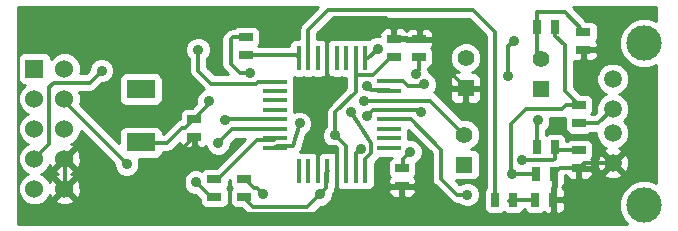
<source format=gtl>
G04 (created by PCBNEW-RS274X (2012-jan-04)-stable) date Thu 15 Nov 2012 21:08:36 CET*
G01*
G70*
G90*
%MOIN*%
G04 Gerber Fmt 3.4, Leading zero omitted, Abs format*
%FSLAX34Y34*%
G04 APERTURE LIST*
%ADD10C,0.006000*%
%ADD11C,0.059100*%
%ADD12C,0.118100*%
%ADD13R,0.017700X0.078700*%
%ADD14R,0.078700X0.017700*%
%ADD15R,0.055000X0.055000*%
%ADD16C,0.055000*%
%ADD17R,0.060000X0.060000*%
%ADD18C,0.060000*%
%ADD19R,0.045000X0.025000*%
%ADD20R,0.025000X0.045000*%
%ADD21R,0.094500X0.063000*%
%ADD22C,0.035000*%
%ADD23C,0.011900*%
%ADD24C,0.010000*%
G04 APERTURE END LIST*
G54D10*
G54D11*
X61800Y-39725D03*
X61800Y-40725D03*
X61800Y-41525D03*
X61800Y-42525D03*
G54D12*
X62850Y-38525D03*
X62850Y-43925D03*
G54D13*
X53543Y-42796D03*
X53228Y-42796D03*
X52913Y-42796D03*
X52598Y-42796D03*
X52283Y-42796D03*
X51968Y-42796D03*
X51653Y-42796D03*
X51338Y-42796D03*
X51340Y-39030D03*
X53550Y-39030D03*
X53230Y-39030D03*
X52910Y-39030D03*
X52600Y-39030D03*
X52280Y-39030D03*
X51970Y-39030D03*
X51650Y-39030D03*
G54D14*
X50550Y-42012D03*
X50550Y-41698D03*
X50550Y-41382D03*
X50550Y-41068D03*
X50550Y-40752D03*
X50550Y-40438D03*
X50550Y-40122D03*
X50550Y-39808D03*
X54330Y-42010D03*
X54330Y-41700D03*
X54330Y-41380D03*
X54330Y-41070D03*
X54330Y-40760D03*
X54330Y-40440D03*
X54330Y-40120D03*
X54330Y-39800D03*
G54D15*
X56900Y-40025D03*
G54D16*
X56900Y-39025D03*
G54D15*
X56850Y-42575D03*
G54D16*
X56850Y-41575D03*
G54D15*
X59425Y-40050D03*
G54D16*
X59425Y-39050D03*
G54D17*
X42525Y-39375D03*
G54D18*
X43525Y-39375D03*
X42525Y-40375D03*
X43525Y-40375D03*
X42525Y-41375D03*
X43525Y-41375D03*
X42525Y-42375D03*
X43525Y-42375D03*
X42525Y-43375D03*
X43525Y-43375D03*
G54D19*
X54500Y-38375D03*
X54500Y-38975D03*
X60825Y-38150D03*
X60825Y-38750D03*
X54775Y-43300D03*
X54775Y-42700D03*
X47850Y-41650D03*
X47850Y-41050D03*
X60675Y-42100D03*
X60675Y-42700D03*
G54D20*
X59250Y-42900D03*
X59850Y-42900D03*
X57875Y-43750D03*
X58475Y-43750D03*
G54D19*
X49575Y-38925D03*
X49575Y-38325D03*
X49525Y-43650D03*
X49525Y-43050D03*
G54D20*
X59275Y-37975D03*
X59875Y-37975D03*
G54D19*
X60675Y-41200D03*
X60675Y-40600D03*
X48525Y-43050D03*
X48525Y-43650D03*
G54D20*
X59275Y-42000D03*
X59875Y-42000D03*
X59825Y-43750D03*
X59225Y-43750D03*
G54D19*
X55350Y-38400D03*
X55350Y-39000D03*
G54D21*
X46075Y-41836D03*
X46075Y-40064D03*
G54D22*
X52550Y-41600D03*
X52050Y-43550D03*
X58500Y-38450D03*
X58325Y-39625D03*
X55525Y-39900D03*
X53600Y-39950D03*
X48650Y-41850D03*
X53960Y-38720D03*
X42525Y-42375D03*
X44760Y-39440D03*
X47900Y-43150D03*
X45600Y-42550D03*
X43525Y-40375D03*
X61800Y-42525D03*
X43525Y-43375D03*
X43525Y-42375D03*
X56900Y-40025D03*
X47350Y-42150D03*
X60750Y-39900D03*
X61800Y-40725D03*
X53500Y-40450D03*
X56850Y-41575D03*
X56950Y-43575D03*
X58450Y-42900D03*
X59300Y-41100D03*
X51360Y-41200D03*
X55400Y-40825D03*
X58775Y-42425D03*
X53600Y-40950D03*
X47980Y-38740D03*
X50150Y-43550D03*
X56850Y-42575D03*
X48875Y-41075D03*
X53080Y-40820D03*
X48350Y-40450D03*
X53400Y-42050D03*
X55050Y-42150D03*
X55240Y-39540D03*
X49700Y-39520D03*
X59425Y-39050D03*
G54D23*
X53230Y-39570D02*
X53260Y-39600D01*
X52550Y-40830D02*
X52550Y-41600D01*
X53230Y-40150D02*
X52550Y-40830D01*
X52283Y-42796D02*
X52300Y-42800D01*
X51600Y-44000D02*
X52050Y-43550D01*
X49825Y-44000D02*
X51600Y-44000D01*
X49525Y-43650D02*
X49525Y-43700D01*
X53230Y-39570D02*
X53230Y-40150D01*
X54425Y-38975D02*
X54500Y-38975D01*
X52550Y-41600D02*
X52900Y-41950D01*
X52900Y-41950D02*
X52900Y-42800D01*
X52900Y-42800D02*
X52913Y-42796D01*
X52300Y-42800D02*
X52250Y-42850D01*
X52250Y-42850D02*
X52250Y-43350D01*
X52250Y-43350D02*
X52050Y-43550D01*
X53230Y-39030D02*
X53230Y-39570D01*
X49525Y-43700D02*
X49825Y-44000D01*
X53800Y-39600D02*
X54425Y-38975D01*
X53260Y-39600D02*
X53800Y-39600D01*
X58500Y-38450D02*
X58325Y-38625D01*
X58325Y-38625D02*
X58325Y-39625D01*
X55525Y-39900D02*
X55475Y-39950D01*
X55475Y-39950D02*
X54975Y-39950D01*
X54975Y-39950D02*
X54825Y-39800D01*
X54825Y-39800D02*
X54330Y-39800D01*
X54330Y-40120D02*
X54350Y-40100D01*
X54350Y-40100D02*
X53750Y-40100D01*
X53750Y-40100D02*
X53600Y-39950D01*
X49100Y-41400D02*
X48650Y-41850D01*
X50550Y-41400D02*
X49100Y-41400D01*
X50550Y-41382D02*
X50550Y-41400D01*
X53650Y-39030D02*
X53960Y-38720D01*
X43020Y-41880D02*
X42525Y-42375D01*
X53550Y-39030D02*
X53650Y-39030D01*
X43020Y-39980D02*
X43020Y-41880D01*
X43160Y-39840D02*
X43020Y-39980D01*
X44360Y-39840D02*
X43160Y-39840D01*
X44760Y-39440D02*
X44360Y-39840D01*
X48525Y-43650D02*
X48400Y-43650D01*
X43550Y-40400D02*
X43525Y-40375D01*
X48400Y-43650D02*
X47900Y-43150D01*
X45600Y-42550D02*
X43550Y-40500D01*
X43550Y-40500D02*
X43550Y-40400D01*
X47850Y-41890D02*
X47960Y-42000D01*
X51968Y-40172D02*
X52280Y-39860D01*
X52600Y-43400D02*
X52598Y-43400D01*
X52360Y-44220D02*
X52600Y-43980D01*
X51968Y-42796D02*
X51968Y-40172D01*
X47850Y-41650D02*
X47850Y-41890D01*
X52600Y-43980D02*
X52600Y-43400D01*
X52280Y-39860D02*
X52280Y-39030D01*
X48260Y-44220D02*
X52360Y-44220D01*
X47520Y-43480D02*
X48260Y-44220D01*
X47520Y-42700D02*
X47520Y-43480D01*
X47960Y-42260D02*
X47520Y-42700D01*
X47960Y-42000D02*
X47960Y-42260D01*
X43550Y-42900D02*
X43550Y-43400D01*
X56900Y-40025D02*
X55975Y-39100D01*
X52598Y-42027D02*
X52571Y-42000D01*
X52598Y-42796D02*
X52598Y-42027D01*
X52571Y-42000D02*
X52025Y-42000D01*
X47350Y-42150D02*
X47850Y-41650D01*
X52598Y-43400D02*
X52598Y-42796D01*
X52025Y-42000D02*
X51968Y-42057D01*
X43550Y-42400D02*
X43550Y-42900D01*
X60825Y-39825D02*
X60750Y-39900D01*
X52598Y-43598D02*
X52598Y-43400D01*
X53800Y-43600D02*
X52600Y-43600D01*
X54775Y-43300D02*
X54100Y-43300D01*
X54100Y-43300D02*
X53800Y-43600D01*
X52600Y-43600D02*
X52598Y-43598D01*
X43525Y-42375D02*
X43550Y-42400D01*
X51968Y-42075D02*
X51968Y-42796D01*
X55325Y-38375D02*
X55350Y-38400D01*
X43550Y-43400D02*
X43525Y-43375D01*
X60675Y-42700D02*
X60050Y-42700D01*
X54250Y-37675D02*
X52525Y-37675D01*
X55975Y-39100D02*
X55975Y-38450D01*
X52525Y-37675D02*
X52280Y-37920D01*
X60825Y-38750D02*
X60825Y-39825D01*
X51968Y-42057D02*
X51968Y-42075D01*
X54500Y-37925D02*
X54250Y-37675D01*
X52280Y-37920D02*
X52280Y-39030D01*
X55975Y-38450D02*
X55925Y-38400D01*
X59825Y-44250D02*
X59825Y-43750D01*
X56950Y-44325D02*
X59750Y-44325D01*
X55925Y-43300D02*
X56950Y-44325D01*
X54775Y-43300D02*
X55925Y-43300D01*
X61800Y-42525D02*
X60850Y-42525D01*
X59850Y-42900D02*
X59850Y-43725D01*
X59750Y-44325D02*
X59825Y-44250D01*
X60850Y-42525D02*
X60675Y-42700D01*
X54500Y-38375D02*
X54500Y-37925D01*
X60050Y-42700D02*
X59850Y-42900D01*
X59850Y-43725D02*
X59825Y-43750D01*
X54500Y-38375D02*
X55325Y-38375D01*
X55925Y-38400D02*
X55350Y-38400D01*
X61325Y-41200D02*
X60675Y-41200D01*
X61800Y-40725D02*
X61325Y-41200D01*
X56850Y-41575D02*
X55715Y-40440D01*
X54350Y-40450D02*
X53500Y-40450D01*
X55715Y-40440D02*
X54330Y-40440D01*
X54330Y-40440D02*
X54350Y-40450D01*
X58450Y-42900D02*
X58400Y-42900D01*
X55070Y-41070D02*
X56075Y-42075D01*
X56600Y-43575D02*
X56950Y-43575D01*
X58900Y-40725D02*
X58400Y-41225D01*
X58400Y-42900D02*
X59250Y-42900D01*
X60125Y-40725D02*
X58900Y-40725D01*
X59875Y-38275D02*
X60200Y-38600D01*
X59875Y-37975D02*
X59875Y-38275D01*
X60200Y-40125D02*
X60675Y-40600D01*
X60675Y-40600D02*
X60250Y-40600D01*
X56075Y-42075D02*
X56075Y-43050D01*
X56075Y-43050D02*
X56600Y-43575D01*
X54330Y-41070D02*
X55070Y-41070D01*
X60250Y-40600D02*
X60125Y-40725D01*
X60200Y-38600D02*
X60200Y-40125D01*
X58400Y-41225D02*
X58400Y-42900D01*
X59275Y-41125D02*
X59275Y-42000D01*
X59300Y-41100D02*
X59275Y-41125D01*
X48525Y-43050D02*
X48650Y-43050D01*
X48650Y-43050D02*
X49950Y-41750D01*
X49950Y-41750D02*
X50500Y-41750D01*
X50500Y-41750D02*
X50550Y-41700D01*
X50550Y-41700D02*
X50550Y-41698D01*
X50600Y-41950D02*
X50550Y-42000D01*
X53800Y-40750D02*
X53600Y-40950D01*
X60675Y-42100D02*
X59975Y-42100D01*
X50550Y-42000D02*
X50550Y-42012D01*
X54350Y-40750D02*
X53800Y-40750D01*
X51360Y-41200D02*
X51150Y-41950D01*
X54330Y-40760D02*
X54350Y-40750D01*
X51150Y-41950D02*
X50600Y-41950D01*
X59825Y-42425D02*
X58775Y-42425D01*
X55335Y-40760D02*
X54330Y-40760D01*
X59975Y-42100D02*
X59875Y-42000D01*
X59875Y-42375D02*
X59825Y-42425D01*
X59875Y-42000D02*
X59875Y-42375D01*
X55400Y-40825D02*
X55335Y-40760D01*
X49575Y-38925D02*
X51235Y-38925D01*
X51235Y-38925D02*
X51340Y-39030D01*
X50550Y-39808D02*
X49992Y-39808D01*
X47980Y-39440D02*
X47980Y-38740D01*
X48420Y-39880D02*
X47980Y-39440D01*
X49920Y-39880D02*
X48420Y-39880D01*
X49992Y-39808D02*
X49920Y-39880D01*
X48882Y-41068D02*
X50550Y-41068D01*
X49950Y-43350D02*
X49850Y-43350D01*
X50150Y-43550D02*
X49950Y-43350D01*
X49850Y-43350D02*
X49550Y-43050D01*
X48875Y-41075D02*
X48882Y-41068D01*
X49550Y-43050D02*
X49525Y-43050D01*
X46100Y-41850D02*
X46950Y-41850D01*
X53750Y-41850D02*
X53750Y-42200D01*
X53750Y-42200D02*
X53550Y-42400D01*
X46950Y-41850D02*
X47450Y-41350D01*
X47850Y-41050D02*
X48350Y-40550D01*
X53550Y-42800D02*
X53543Y-42796D01*
X48350Y-40550D02*
X48350Y-40450D01*
X46075Y-41836D02*
X46100Y-41850D01*
X47450Y-41350D02*
X47550Y-41350D01*
X53080Y-40820D02*
X53750Y-41850D01*
X53550Y-42400D02*
X53550Y-42800D01*
X47550Y-41350D02*
X47850Y-41050D01*
X55050Y-42150D02*
X54800Y-42400D01*
X54800Y-42400D02*
X54800Y-42700D01*
X53228Y-42796D02*
X53250Y-42800D01*
X53250Y-42200D02*
X53400Y-42050D01*
X54800Y-42700D02*
X54775Y-42700D01*
X53250Y-42800D02*
X53250Y-42200D01*
X49575Y-38325D02*
X49135Y-38325D01*
X55350Y-39430D02*
X55350Y-39000D01*
X55240Y-39540D02*
X55350Y-39430D01*
X49135Y-38325D02*
X49060Y-38400D01*
X49060Y-38400D02*
X49060Y-39220D01*
X49060Y-39220D02*
X49360Y-39520D01*
X49360Y-39520D02*
X49700Y-39520D01*
X59225Y-43750D02*
X58375Y-43750D01*
X58350Y-43775D02*
X58475Y-43750D01*
X58375Y-43750D02*
X58350Y-43775D01*
X57875Y-43750D02*
X57875Y-38150D01*
X57150Y-37425D02*
X52300Y-37425D01*
X51650Y-38075D02*
X51650Y-39030D01*
X52300Y-37425D02*
X51650Y-38075D01*
X57875Y-38150D02*
X57150Y-37425D01*
X60825Y-38150D02*
X60825Y-38125D01*
X59275Y-37500D02*
X59275Y-37975D01*
X60200Y-37500D02*
X59275Y-37500D01*
X60825Y-38125D02*
X60200Y-37500D01*
X59275Y-37975D02*
X59275Y-38900D01*
X59275Y-38900D02*
X59425Y-39050D01*
G54D10*
G36*
X52921Y-40022D02*
X52332Y-40612D01*
X52265Y-40712D01*
X52241Y-40830D01*
X52241Y-41308D01*
X52190Y-41359D01*
X52125Y-41515D01*
X52125Y-41684D01*
X52189Y-41840D01*
X52309Y-41960D01*
X52465Y-42025D01*
X52538Y-42025D01*
X52591Y-42077D01*
X52591Y-42153D01*
X52498Y-42153D01*
X52498Y-42159D01*
X52493Y-42154D01*
X52460Y-42154D01*
X52440Y-42162D01*
X52421Y-42154D01*
X52322Y-42154D01*
X52146Y-42154D01*
X52125Y-42162D01*
X52106Y-42154D01*
X52073Y-42154D01*
X52012Y-42215D01*
X52012Y-42234D01*
X51984Y-42262D01*
X51967Y-42300D01*
X51952Y-42262D01*
X51924Y-42234D01*
X51924Y-42215D01*
X51863Y-42154D01*
X51830Y-42154D01*
X51810Y-42162D01*
X51791Y-42154D01*
X51692Y-42154D01*
X51516Y-42154D01*
X51495Y-42162D01*
X51476Y-42154D01*
X51377Y-42154D01*
X51378Y-42152D01*
X51393Y-42140D01*
X51413Y-42099D01*
X51435Y-42068D01*
X51438Y-42051D01*
X51448Y-42033D01*
X51577Y-41570D01*
X51600Y-41561D01*
X51720Y-41441D01*
X51785Y-41285D01*
X51785Y-41116D01*
X51721Y-40960D01*
X51601Y-40840D01*
X51445Y-40775D01*
X51276Y-40775D01*
X51192Y-40809D01*
X51192Y-40791D01*
X51192Y-40615D01*
X51183Y-40595D01*
X51192Y-40576D01*
X51192Y-40477D01*
X51192Y-40301D01*
X51183Y-40280D01*
X51192Y-40260D01*
X51192Y-40161D01*
X51192Y-39985D01*
X51183Y-39965D01*
X51192Y-39946D01*
X51192Y-39847D01*
X51192Y-39671D01*
X51190Y-39667D01*
X51202Y-39672D01*
X51301Y-39672D01*
X51477Y-39672D01*
X51494Y-39664D01*
X51512Y-39672D01*
X51611Y-39672D01*
X51787Y-39672D01*
X51809Y-39662D01*
X51832Y-39672D01*
X51931Y-39672D01*
X52107Y-39672D01*
X52124Y-39664D01*
X52142Y-39672D01*
X52175Y-39672D01*
X52236Y-39611D01*
X52236Y-39597D01*
X52269Y-39564D01*
X52285Y-39525D01*
X52301Y-39564D01*
X52324Y-39587D01*
X52324Y-39611D01*
X52385Y-39672D01*
X52418Y-39672D01*
X52440Y-39662D01*
X52462Y-39672D01*
X52561Y-39672D01*
X52737Y-39672D01*
X52754Y-39664D01*
X52772Y-39672D01*
X52871Y-39672D01*
X52921Y-39672D01*
X52921Y-40022D01*
X52921Y-40022D01*
G37*
G54D24*
X52921Y-40022D02*
X52332Y-40612D01*
X52265Y-40712D01*
X52241Y-40830D01*
X52241Y-41308D01*
X52190Y-41359D01*
X52125Y-41515D01*
X52125Y-41684D01*
X52189Y-41840D01*
X52309Y-41960D01*
X52465Y-42025D01*
X52538Y-42025D01*
X52591Y-42077D01*
X52591Y-42153D01*
X52498Y-42153D01*
X52498Y-42159D01*
X52493Y-42154D01*
X52460Y-42154D01*
X52440Y-42162D01*
X52421Y-42154D01*
X52322Y-42154D01*
X52146Y-42154D01*
X52125Y-42162D01*
X52106Y-42154D01*
X52073Y-42154D01*
X52012Y-42215D01*
X52012Y-42234D01*
X51984Y-42262D01*
X51967Y-42300D01*
X51952Y-42262D01*
X51924Y-42234D01*
X51924Y-42215D01*
X51863Y-42154D01*
X51830Y-42154D01*
X51810Y-42162D01*
X51791Y-42154D01*
X51692Y-42154D01*
X51516Y-42154D01*
X51495Y-42162D01*
X51476Y-42154D01*
X51377Y-42154D01*
X51378Y-42152D01*
X51393Y-42140D01*
X51413Y-42099D01*
X51435Y-42068D01*
X51438Y-42051D01*
X51448Y-42033D01*
X51577Y-41570D01*
X51600Y-41561D01*
X51720Y-41441D01*
X51785Y-41285D01*
X51785Y-41116D01*
X51721Y-40960D01*
X51601Y-40840D01*
X51445Y-40775D01*
X51276Y-40775D01*
X51192Y-40809D01*
X51192Y-40791D01*
X51192Y-40615D01*
X51183Y-40595D01*
X51192Y-40576D01*
X51192Y-40477D01*
X51192Y-40301D01*
X51183Y-40280D01*
X51192Y-40260D01*
X51192Y-40161D01*
X51192Y-39985D01*
X51183Y-39965D01*
X51192Y-39946D01*
X51192Y-39847D01*
X51192Y-39671D01*
X51190Y-39667D01*
X51202Y-39672D01*
X51301Y-39672D01*
X51477Y-39672D01*
X51494Y-39664D01*
X51512Y-39672D01*
X51611Y-39672D01*
X51787Y-39672D01*
X51809Y-39662D01*
X51832Y-39672D01*
X51931Y-39672D01*
X52107Y-39672D01*
X52124Y-39664D01*
X52142Y-39672D01*
X52175Y-39672D01*
X52236Y-39611D01*
X52236Y-39597D01*
X52269Y-39564D01*
X52285Y-39525D01*
X52301Y-39564D01*
X52324Y-39587D01*
X52324Y-39611D01*
X52385Y-39672D01*
X52418Y-39672D01*
X52440Y-39662D01*
X52462Y-39672D01*
X52561Y-39672D01*
X52737Y-39672D01*
X52754Y-39664D01*
X52772Y-39672D01*
X52871Y-39672D01*
X52921Y-39672D01*
X52921Y-40022D01*
G54D10*
G36*
X63255Y-43183D02*
X63018Y-43085D01*
X62684Y-43085D01*
X62375Y-43212D01*
X62340Y-43247D01*
X62340Y-42603D01*
X62328Y-42391D01*
X62268Y-42246D01*
X62175Y-42221D01*
X61871Y-42525D01*
X62175Y-42829D01*
X62268Y-42804D01*
X62340Y-42603D01*
X62340Y-43247D01*
X62139Y-43448D01*
X62104Y-43531D01*
X62104Y-42900D01*
X61800Y-42596D01*
X61729Y-42667D01*
X61729Y-42525D01*
X61425Y-42221D01*
X61332Y-42246D01*
X61260Y-42447D01*
X61272Y-42659D01*
X61332Y-42804D01*
X61425Y-42829D01*
X61729Y-42525D01*
X61729Y-42667D01*
X61496Y-42900D01*
X61521Y-42993D01*
X61722Y-43065D01*
X61934Y-43053D01*
X62079Y-42993D01*
X62104Y-42900D01*
X62104Y-43531D01*
X62010Y-43757D01*
X62010Y-44091D01*
X62137Y-44400D01*
X62292Y-44555D01*
X61150Y-44555D01*
X61150Y-42812D01*
X61088Y-42750D01*
X60725Y-42750D01*
X60725Y-43013D01*
X60787Y-43075D01*
X60851Y-43074D01*
X60950Y-43074D01*
X61041Y-43036D01*
X61111Y-42966D01*
X61149Y-42874D01*
X61150Y-42812D01*
X61150Y-44555D01*
X60225Y-44555D01*
X60200Y-44555D01*
X60200Y-43862D01*
X60138Y-43800D01*
X59875Y-43800D01*
X59875Y-44163D01*
X59937Y-44225D01*
X59999Y-44224D01*
X60091Y-44186D01*
X60161Y-44116D01*
X60199Y-44025D01*
X60199Y-43926D01*
X60200Y-43862D01*
X60200Y-44555D01*
X57425Y-44555D01*
X57425Y-40137D01*
X57425Y-39913D01*
X57424Y-39701D01*
X57386Y-39609D01*
X57316Y-39539D01*
X57225Y-39501D01*
X57126Y-39501D01*
X57122Y-39500D01*
X57197Y-39470D01*
X57345Y-39323D01*
X57425Y-39130D01*
X57425Y-38921D01*
X57345Y-38728D01*
X57198Y-38580D01*
X57005Y-38500D01*
X56796Y-38500D01*
X56603Y-38580D01*
X56455Y-38727D01*
X56375Y-38920D01*
X56375Y-39129D01*
X56455Y-39322D01*
X56602Y-39470D01*
X56676Y-39500D01*
X56674Y-39501D01*
X56575Y-39501D01*
X56484Y-39539D01*
X56414Y-39609D01*
X56376Y-39701D01*
X56375Y-39913D01*
X56437Y-39975D01*
X56800Y-39975D01*
X56850Y-39975D01*
X56950Y-39975D01*
X57000Y-39975D01*
X57363Y-39975D01*
X57425Y-39913D01*
X57425Y-40137D01*
X57363Y-40075D01*
X56950Y-40075D01*
X56950Y-40488D01*
X57012Y-40550D01*
X57126Y-40549D01*
X57225Y-40549D01*
X57316Y-40511D01*
X57386Y-40441D01*
X57424Y-40349D01*
X57425Y-40137D01*
X57425Y-44555D01*
X55250Y-44555D01*
X55250Y-43412D01*
X55188Y-43350D01*
X54825Y-43350D01*
X54825Y-43613D01*
X54887Y-43675D01*
X54951Y-43674D01*
X55050Y-43674D01*
X55141Y-43636D01*
X55211Y-43566D01*
X55249Y-43474D01*
X55250Y-43412D01*
X55250Y-44555D01*
X54725Y-44555D01*
X54725Y-43613D01*
X54725Y-43350D01*
X54362Y-43350D01*
X54300Y-43412D01*
X54301Y-43474D01*
X54339Y-43566D01*
X54409Y-43636D01*
X54500Y-43674D01*
X54599Y-43674D01*
X54663Y-43675D01*
X54725Y-43613D01*
X54725Y-44555D01*
X44068Y-44555D01*
X44068Y-43454D01*
X44068Y-42454D01*
X44057Y-42241D01*
X43997Y-42094D01*
X43903Y-42067D01*
X43596Y-42375D01*
X43903Y-42683D01*
X43997Y-42656D01*
X44068Y-42454D01*
X44068Y-43454D01*
X44057Y-43241D01*
X43997Y-43094D01*
X43903Y-43067D01*
X43833Y-43137D01*
X43833Y-42997D01*
X43806Y-42903D01*
X43732Y-42877D01*
X43806Y-42847D01*
X43833Y-42753D01*
X43525Y-42446D01*
X43217Y-42753D01*
X43244Y-42847D01*
X43317Y-42872D01*
X43244Y-42903D01*
X43217Y-42997D01*
X43525Y-43304D01*
X43833Y-42997D01*
X43833Y-43137D01*
X43596Y-43375D01*
X43903Y-43683D01*
X43997Y-43656D01*
X44068Y-43454D01*
X44068Y-44555D01*
X43833Y-44555D01*
X43833Y-43753D01*
X43525Y-43446D01*
X43217Y-43753D01*
X43244Y-43847D01*
X43446Y-43918D01*
X43659Y-43907D01*
X43806Y-43847D01*
X43833Y-43753D01*
X43833Y-44555D01*
X41965Y-44555D01*
X41965Y-37325D01*
X51963Y-37325D01*
X51432Y-37857D01*
X51365Y-37957D01*
X51341Y-38075D01*
X51341Y-38388D01*
X51203Y-38388D01*
X51111Y-38426D01*
X51041Y-38496D01*
X51003Y-38587D01*
X51003Y-38616D01*
X49986Y-38616D01*
X50011Y-38591D01*
X50049Y-38500D01*
X50049Y-38401D01*
X50049Y-38151D01*
X50011Y-38059D01*
X49941Y-37989D01*
X49850Y-37951D01*
X49751Y-37951D01*
X49301Y-37951D01*
X49209Y-37989D01*
X49182Y-38016D01*
X49135Y-38016D01*
X49017Y-38040D01*
X48916Y-38107D01*
X48842Y-38182D01*
X48775Y-38282D01*
X48751Y-38400D01*
X48751Y-39220D01*
X48775Y-39338D01*
X48842Y-39438D01*
X48974Y-39571D01*
X48547Y-39571D01*
X48289Y-39312D01*
X48289Y-39032D01*
X48340Y-38981D01*
X48405Y-38825D01*
X48405Y-38656D01*
X48341Y-38500D01*
X48221Y-38380D01*
X48065Y-38315D01*
X47896Y-38315D01*
X47740Y-38379D01*
X47620Y-38499D01*
X47555Y-38655D01*
X47555Y-38824D01*
X47619Y-38980D01*
X47671Y-39032D01*
X47671Y-39440D01*
X47695Y-39558D01*
X47762Y-39658D01*
X48168Y-40065D01*
X48110Y-40089D01*
X47990Y-40209D01*
X47925Y-40365D01*
X47925Y-40534D01*
X47926Y-40537D01*
X47787Y-40676D01*
X47576Y-40676D01*
X47484Y-40714D01*
X47414Y-40784D01*
X47376Y-40875D01*
X47376Y-40974D01*
X47376Y-41056D01*
X47332Y-41065D01*
X47231Y-41132D01*
X46822Y-41541D01*
X46796Y-41541D01*
X46796Y-41472D01*
X46796Y-40429D01*
X46796Y-40330D01*
X46796Y-39700D01*
X46758Y-39608D01*
X46688Y-39538D01*
X46597Y-39500D01*
X46498Y-39500D01*
X45554Y-39500D01*
X45462Y-39538D01*
X45392Y-39608D01*
X45354Y-39699D01*
X45354Y-39798D01*
X45354Y-40428D01*
X45392Y-40520D01*
X45462Y-40590D01*
X45553Y-40628D01*
X45652Y-40628D01*
X46596Y-40628D01*
X46688Y-40590D01*
X46758Y-40520D01*
X46796Y-40429D01*
X46796Y-41472D01*
X46758Y-41380D01*
X46688Y-41310D01*
X46597Y-41272D01*
X46498Y-41272D01*
X45554Y-41272D01*
X45462Y-41310D01*
X45392Y-41380D01*
X45354Y-41471D01*
X45354Y-41570D01*
X45354Y-41867D01*
X44043Y-40557D01*
X44074Y-40484D01*
X44074Y-40266D01*
X44025Y-40149D01*
X44360Y-40149D01*
X44360Y-40148D01*
X44478Y-40125D01*
X44578Y-40058D01*
X44771Y-39865D01*
X44844Y-39865D01*
X45000Y-39801D01*
X45120Y-39681D01*
X45185Y-39525D01*
X45185Y-39356D01*
X45121Y-39200D01*
X45001Y-39080D01*
X44845Y-39015D01*
X44676Y-39015D01*
X44520Y-39079D01*
X44400Y-39199D01*
X44335Y-39355D01*
X44335Y-39428D01*
X44232Y-39531D01*
X44054Y-39531D01*
X44074Y-39484D01*
X44074Y-39266D01*
X43990Y-39064D01*
X43836Y-38910D01*
X43634Y-38826D01*
X43416Y-38826D01*
X43214Y-38910D01*
X43074Y-39050D01*
X43074Y-39026D01*
X43036Y-38934D01*
X42966Y-38864D01*
X42875Y-38826D01*
X42776Y-38826D01*
X42176Y-38826D01*
X42084Y-38864D01*
X42014Y-38934D01*
X41976Y-39025D01*
X41976Y-39124D01*
X41976Y-39724D01*
X42014Y-39816D01*
X42084Y-39886D01*
X42175Y-39924D01*
X42200Y-39924D01*
X42060Y-40064D01*
X41976Y-40266D01*
X41976Y-40484D01*
X42060Y-40686D01*
X42214Y-40840D01*
X42298Y-40875D01*
X42214Y-40910D01*
X42060Y-41064D01*
X41976Y-41266D01*
X41976Y-41484D01*
X42060Y-41686D01*
X42214Y-41840D01*
X42298Y-41875D01*
X42214Y-41910D01*
X42060Y-42064D01*
X41976Y-42266D01*
X41976Y-42484D01*
X42060Y-42686D01*
X42214Y-42840D01*
X42298Y-42875D01*
X42214Y-42910D01*
X42060Y-43064D01*
X41976Y-43266D01*
X41976Y-43484D01*
X42060Y-43686D01*
X42214Y-43840D01*
X42416Y-43924D01*
X42634Y-43924D01*
X42836Y-43840D01*
X42990Y-43686D01*
X43027Y-43594D01*
X43053Y-43656D01*
X43147Y-43683D01*
X43454Y-43375D01*
X43147Y-43067D01*
X43053Y-43094D01*
X43029Y-43159D01*
X42990Y-43064D01*
X42836Y-42910D01*
X42751Y-42875D01*
X42836Y-42840D01*
X42990Y-42686D01*
X43027Y-42594D01*
X43053Y-42656D01*
X43147Y-42683D01*
X43419Y-42410D01*
X43454Y-42375D01*
X43525Y-42304D01*
X43560Y-42269D01*
X43833Y-41997D01*
X43806Y-41903D01*
X43740Y-41879D01*
X43836Y-41840D01*
X43990Y-41686D01*
X44074Y-41484D01*
X44074Y-41460D01*
X45175Y-42561D01*
X45175Y-42634D01*
X45239Y-42790D01*
X45359Y-42910D01*
X45515Y-42975D01*
X45684Y-42975D01*
X45840Y-42911D01*
X45960Y-42791D01*
X46025Y-42635D01*
X46025Y-42466D01*
X45997Y-42400D01*
X46596Y-42400D01*
X46688Y-42362D01*
X46758Y-42292D01*
X46796Y-42201D01*
X46796Y-42159D01*
X46950Y-42159D01*
X46950Y-42158D01*
X47068Y-42135D01*
X47168Y-42068D01*
X47386Y-41849D01*
X47414Y-41916D01*
X47484Y-41986D01*
X47575Y-42024D01*
X47674Y-42024D01*
X47738Y-42025D01*
X47800Y-41963D01*
X47800Y-41750D01*
X47800Y-41700D01*
X47800Y-41600D01*
X47900Y-41600D01*
X47900Y-41700D01*
X47900Y-41750D01*
X47900Y-41963D01*
X47962Y-42025D01*
X48026Y-42024D01*
X48125Y-42024D01*
X48216Y-41986D01*
X48237Y-41964D01*
X48289Y-42090D01*
X48409Y-42210D01*
X48565Y-42275D01*
X48734Y-42275D01*
X48890Y-42211D01*
X49010Y-42091D01*
X49075Y-41935D01*
X49075Y-41861D01*
X49227Y-41709D01*
X49554Y-41709D01*
X48587Y-42676D01*
X48251Y-42676D01*
X48159Y-42714D01*
X48100Y-42772D01*
X47985Y-42725D01*
X47816Y-42725D01*
X47660Y-42789D01*
X47540Y-42909D01*
X47475Y-43065D01*
X47475Y-43234D01*
X47539Y-43390D01*
X47659Y-43510D01*
X47815Y-43575D01*
X47888Y-43575D01*
X48051Y-43737D01*
X48051Y-43824D01*
X48089Y-43916D01*
X48159Y-43986D01*
X48250Y-44024D01*
X48349Y-44024D01*
X48799Y-44024D01*
X48891Y-43986D01*
X48961Y-43916D01*
X48999Y-43825D01*
X48999Y-43726D01*
X48999Y-43476D01*
X48961Y-43384D01*
X48927Y-43350D01*
X48961Y-43316D01*
X48999Y-43225D01*
X48999Y-43137D01*
X49051Y-43085D01*
X49051Y-43224D01*
X49089Y-43316D01*
X49123Y-43350D01*
X49089Y-43384D01*
X49051Y-43475D01*
X49051Y-43574D01*
X49051Y-43824D01*
X49089Y-43916D01*
X49159Y-43986D01*
X49250Y-44024D01*
X49349Y-44024D01*
X49412Y-44024D01*
X49606Y-44218D01*
X49607Y-44218D01*
X49707Y-44285D01*
X49825Y-44309D01*
X51600Y-44309D01*
X51600Y-44308D01*
X51718Y-44285D01*
X51818Y-44218D01*
X52061Y-43975D01*
X52134Y-43975D01*
X52290Y-43911D01*
X52410Y-43791D01*
X52475Y-43635D01*
X52475Y-43558D01*
X52475Y-43557D01*
X52512Y-43502D01*
X52534Y-43469D01*
X52535Y-43468D01*
X52540Y-43438D01*
X52541Y-43438D01*
X52553Y-43377D01*
X52554Y-43377D01*
X52554Y-43374D01*
X52554Y-43370D01*
X52557Y-43354D01*
X52558Y-43353D01*
X52582Y-43330D01*
X52598Y-43291D01*
X52614Y-43330D01*
X52642Y-43358D01*
X52642Y-43377D01*
X52703Y-43438D01*
X52736Y-43438D01*
X52755Y-43429D01*
X52775Y-43438D01*
X52874Y-43438D01*
X53050Y-43438D01*
X53070Y-43429D01*
X53090Y-43438D01*
X53189Y-43438D01*
X53365Y-43438D01*
X53385Y-43429D01*
X53405Y-43438D01*
X53504Y-43438D01*
X53680Y-43438D01*
X53772Y-43400D01*
X53842Y-43330D01*
X53880Y-43239D01*
X53880Y-43140D01*
X53880Y-42506D01*
X53968Y-42419D01*
X53968Y-42418D01*
X54012Y-42352D01*
X54015Y-42347D01*
X54450Y-42347D01*
X54409Y-42364D01*
X54339Y-42434D01*
X54301Y-42525D01*
X54301Y-42624D01*
X54301Y-42874D01*
X54339Y-42966D01*
X54373Y-43000D01*
X54339Y-43034D01*
X54301Y-43126D01*
X54300Y-43188D01*
X54362Y-43250D01*
X54675Y-43250D01*
X54725Y-43250D01*
X54825Y-43250D01*
X54875Y-43250D01*
X55188Y-43250D01*
X55250Y-43188D01*
X55249Y-43126D01*
X55211Y-43034D01*
X55177Y-43000D01*
X55211Y-42966D01*
X55249Y-42875D01*
X55249Y-42776D01*
X55249Y-42527D01*
X55290Y-42511D01*
X55410Y-42391D01*
X55475Y-42235D01*
X55475Y-42066D01*
X55411Y-41910D01*
X55291Y-41790D01*
X55135Y-41725D01*
X54972Y-41725D01*
X54972Y-41563D01*
X54962Y-41540D01*
X54972Y-41518D01*
X54972Y-41419D01*
X54972Y-41408D01*
X55766Y-42202D01*
X55766Y-43050D01*
X55790Y-43168D01*
X55857Y-43268D01*
X56381Y-43793D01*
X56382Y-43793D01*
X56482Y-43860D01*
X56600Y-43884D01*
X56658Y-43884D01*
X56709Y-43935D01*
X56865Y-44000D01*
X57034Y-44000D01*
X57190Y-43936D01*
X57310Y-43816D01*
X57375Y-43660D01*
X57375Y-43491D01*
X57311Y-43335D01*
X57191Y-43215D01*
X57035Y-43150D01*
X56866Y-43150D01*
X56710Y-43214D01*
X56692Y-43231D01*
X56560Y-43099D01*
X56624Y-43099D01*
X57174Y-43099D01*
X57266Y-43061D01*
X57336Y-42991D01*
X57374Y-42900D01*
X57374Y-42801D01*
X57374Y-42251D01*
X57336Y-42159D01*
X57266Y-42089D01*
X57175Y-42051D01*
X57076Y-42051D01*
X57072Y-42051D01*
X57147Y-42020D01*
X57295Y-41873D01*
X57375Y-41680D01*
X57375Y-41471D01*
X57295Y-41278D01*
X57148Y-41130D01*
X56955Y-41050D01*
X56850Y-41050D01*
X56850Y-40488D01*
X56850Y-40075D01*
X56437Y-40075D01*
X56375Y-40137D01*
X56376Y-40349D01*
X56414Y-40441D01*
X56484Y-40511D01*
X56575Y-40549D01*
X56674Y-40549D01*
X56788Y-40550D01*
X56850Y-40488D01*
X56850Y-41050D01*
X56761Y-41050D01*
X55933Y-40222D01*
X55855Y-40170D01*
X55885Y-40141D01*
X55950Y-39985D01*
X55950Y-39816D01*
X55886Y-39660D01*
X55766Y-39540D01*
X55665Y-39497D01*
X55665Y-39456D01*
X55657Y-39437D01*
X55658Y-39430D01*
X55659Y-39430D01*
X55659Y-39359D01*
X55716Y-39336D01*
X55786Y-39266D01*
X55824Y-39175D01*
X55824Y-39076D01*
X55824Y-38826D01*
X55786Y-38734D01*
X55752Y-38700D01*
X55786Y-38666D01*
X55824Y-38574D01*
X55825Y-38512D01*
X55825Y-38288D01*
X55824Y-38226D01*
X55786Y-38134D01*
X55716Y-38064D01*
X55625Y-38026D01*
X55526Y-38026D01*
X55462Y-38025D01*
X55400Y-38087D01*
X55400Y-38350D01*
X55763Y-38350D01*
X55825Y-38288D01*
X55825Y-38512D01*
X55763Y-38450D01*
X55450Y-38450D01*
X55400Y-38450D01*
X55300Y-38450D01*
X55300Y-38350D01*
X55300Y-38087D01*
X55238Y-38025D01*
X55174Y-38026D01*
X55075Y-38026D01*
X54984Y-38064D01*
X54936Y-38111D01*
X54936Y-38109D01*
X54866Y-38039D01*
X54775Y-38001D01*
X54676Y-38001D01*
X54612Y-38000D01*
X54550Y-38062D01*
X54550Y-38325D01*
X54912Y-38325D01*
X54937Y-38350D01*
X55300Y-38350D01*
X55300Y-38450D01*
X55250Y-38450D01*
X54938Y-38450D01*
X54913Y-38425D01*
X54600Y-38425D01*
X54550Y-38425D01*
X54450Y-38425D01*
X54450Y-38325D01*
X54450Y-38275D01*
X54450Y-38062D01*
X54388Y-38000D01*
X54324Y-38001D01*
X54225Y-38001D01*
X54134Y-38039D01*
X54064Y-38109D01*
X54026Y-38201D01*
X54025Y-38263D01*
X54037Y-38275D01*
X54025Y-38275D01*
X54025Y-38295D01*
X53876Y-38295D01*
X53720Y-38359D01*
X53690Y-38388D01*
X53688Y-38388D01*
X53589Y-38388D01*
X53413Y-38388D01*
X53390Y-38397D01*
X53368Y-38388D01*
X53269Y-38388D01*
X53093Y-38388D01*
X53070Y-38397D01*
X53048Y-38388D01*
X52949Y-38388D01*
X52773Y-38388D01*
X52755Y-38395D01*
X52738Y-38388D01*
X52639Y-38388D01*
X52463Y-38388D01*
X52440Y-38397D01*
X52418Y-38388D01*
X52385Y-38388D01*
X52324Y-38449D01*
X52324Y-38473D01*
X52301Y-38496D01*
X52284Y-38534D01*
X52269Y-38496D01*
X52236Y-38463D01*
X52236Y-38449D01*
X52175Y-38388D01*
X52142Y-38388D01*
X52125Y-38395D01*
X52108Y-38388D01*
X52009Y-38388D01*
X51959Y-38388D01*
X51959Y-38202D01*
X52427Y-37734D01*
X57022Y-37734D01*
X57566Y-38277D01*
X57566Y-43357D01*
X57539Y-43384D01*
X57501Y-43475D01*
X57501Y-43574D01*
X57501Y-44024D01*
X57539Y-44116D01*
X57609Y-44186D01*
X57700Y-44224D01*
X57799Y-44224D01*
X58049Y-44224D01*
X58141Y-44186D01*
X58175Y-44152D01*
X58209Y-44186D01*
X58300Y-44224D01*
X58399Y-44224D01*
X58649Y-44224D01*
X58741Y-44186D01*
X58811Y-44116D01*
X58834Y-44059D01*
X58865Y-44059D01*
X58889Y-44116D01*
X58959Y-44186D01*
X59050Y-44224D01*
X59149Y-44224D01*
X59399Y-44224D01*
X59491Y-44186D01*
X59525Y-44152D01*
X59559Y-44186D01*
X59651Y-44224D01*
X59713Y-44225D01*
X59775Y-44163D01*
X59775Y-43850D01*
X59775Y-43800D01*
X59775Y-43700D01*
X59775Y-43650D01*
X59775Y-43338D01*
X59775Y-43337D01*
X59800Y-43313D01*
X59800Y-43000D01*
X59800Y-42950D01*
X59800Y-42850D01*
X59900Y-42850D01*
X59900Y-42950D01*
X59900Y-43000D01*
X59900Y-43312D01*
X59875Y-43337D01*
X59875Y-43700D01*
X60138Y-43700D01*
X60200Y-43638D01*
X60199Y-43574D01*
X60199Y-43475D01*
X60161Y-43384D01*
X60113Y-43336D01*
X60116Y-43336D01*
X60186Y-43266D01*
X60224Y-43175D01*
X60224Y-43076D01*
X60225Y-43012D01*
X60213Y-43000D01*
X60225Y-43000D01*
X60225Y-42932D01*
X60239Y-42966D01*
X60309Y-43036D01*
X60400Y-43074D01*
X60499Y-43074D01*
X60563Y-43075D01*
X60625Y-43013D01*
X60625Y-42800D01*
X60625Y-42750D01*
X60625Y-42650D01*
X60725Y-42650D01*
X60775Y-42650D01*
X61088Y-42650D01*
X61150Y-42588D01*
X61149Y-42526D01*
X61111Y-42434D01*
X61077Y-42400D01*
X61111Y-42366D01*
X61149Y-42275D01*
X61149Y-42176D01*
X61149Y-41926D01*
X61111Y-41834D01*
X61041Y-41764D01*
X60950Y-41726D01*
X60851Y-41726D01*
X60401Y-41726D01*
X60309Y-41764D01*
X60282Y-41791D01*
X60249Y-41791D01*
X60249Y-41726D01*
X60211Y-41634D01*
X60141Y-41564D01*
X60050Y-41526D01*
X59951Y-41526D01*
X59701Y-41526D01*
X59609Y-41564D01*
X59584Y-41589D01*
X59584Y-41417D01*
X59660Y-41341D01*
X59725Y-41185D01*
X59725Y-41034D01*
X60125Y-41034D01*
X60125Y-41033D01*
X60203Y-41017D01*
X60201Y-41025D01*
X60201Y-41124D01*
X60201Y-41374D01*
X60239Y-41466D01*
X60309Y-41536D01*
X60400Y-41574D01*
X60499Y-41574D01*
X60949Y-41574D01*
X61041Y-41536D01*
X61068Y-41509D01*
X61256Y-41509D01*
X61256Y-41633D01*
X61339Y-41833D01*
X61492Y-41986D01*
X61592Y-42027D01*
X61521Y-42057D01*
X61496Y-42150D01*
X61800Y-42454D01*
X62104Y-42150D01*
X62079Y-42057D01*
X62002Y-42029D01*
X62108Y-41986D01*
X62261Y-41833D01*
X62344Y-41633D01*
X62344Y-41417D01*
X62261Y-41217D01*
X62169Y-41125D01*
X62261Y-41033D01*
X62344Y-40833D01*
X62344Y-40617D01*
X62261Y-40417D01*
X62108Y-40264D01*
X62014Y-40225D01*
X62108Y-40186D01*
X62261Y-40033D01*
X62344Y-39833D01*
X62344Y-39617D01*
X62261Y-39417D01*
X62108Y-39264D01*
X61908Y-39181D01*
X61692Y-39181D01*
X61492Y-39264D01*
X61339Y-39417D01*
X61300Y-39510D01*
X61300Y-38862D01*
X61238Y-38800D01*
X60875Y-38800D01*
X60875Y-39063D01*
X60937Y-39125D01*
X61001Y-39124D01*
X61100Y-39124D01*
X61191Y-39086D01*
X61261Y-39016D01*
X61299Y-38924D01*
X61300Y-38862D01*
X61300Y-39510D01*
X61256Y-39617D01*
X61256Y-39833D01*
X61339Y-40033D01*
X61492Y-40186D01*
X61585Y-40225D01*
X61492Y-40264D01*
X61339Y-40417D01*
X61256Y-40617D01*
X61256Y-40832D01*
X61197Y-40891D01*
X61086Y-40891D01*
X61111Y-40866D01*
X61149Y-40775D01*
X61149Y-40676D01*
X61149Y-40426D01*
X61111Y-40334D01*
X61041Y-40264D01*
X60950Y-40226D01*
X60851Y-40226D01*
X60737Y-40226D01*
X60509Y-39997D01*
X60509Y-39106D01*
X60550Y-39124D01*
X60649Y-39124D01*
X60713Y-39125D01*
X60775Y-39063D01*
X60775Y-38850D01*
X60775Y-38800D01*
X60775Y-38700D01*
X60875Y-38700D01*
X60925Y-38700D01*
X61238Y-38700D01*
X61300Y-38638D01*
X61299Y-38576D01*
X61261Y-38484D01*
X61227Y-38450D01*
X61261Y-38416D01*
X61299Y-38325D01*
X61299Y-38226D01*
X61299Y-37976D01*
X61261Y-37884D01*
X61191Y-37814D01*
X61100Y-37776D01*
X61001Y-37776D01*
X60912Y-37776D01*
X60461Y-37325D01*
X63255Y-37325D01*
X63255Y-37783D01*
X63018Y-37685D01*
X62684Y-37685D01*
X62375Y-37812D01*
X62139Y-38048D01*
X62010Y-38357D01*
X62010Y-38691D01*
X62137Y-39000D01*
X62373Y-39236D01*
X62682Y-39365D01*
X63016Y-39365D01*
X63255Y-39266D01*
X63255Y-43183D01*
X63255Y-43183D01*
G37*
G54D24*
X63255Y-43183D02*
X63018Y-43085D01*
X62684Y-43085D01*
X62375Y-43212D01*
X62340Y-43247D01*
X62340Y-42603D01*
X62328Y-42391D01*
X62268Y-42246D01*
X62175Y-42221D01*
X61871Y-42525D01*
X62175Y-42829D01*
X62268Y-42804D01*
X62340Y-42603D01*
X62340Y-43247D01*
X62139Y-43448D01*
X62104Y-43531D01*
X62104Y-42900D01*
X61800Y-42596D01*
X61729Y-42667D01*
X61729Y-42525D01*
X61425Y-42221D01*
X61332Y-42246D01*
X61260Y-42447D01*
X61272Y-42659D01*
X61332Y-42804D01*
X61425Y-42829D01*
X61729Y-42525D01*
X61729Y-42667D01*
X61496Y-42900D01*
X61521Y-42993D01*
X61722Y-43065D01*
X61934Y-43053D01*
X62079Y-42993D01*
X62104Y-42900D01*
X62104Y-43531D01*
X62010Y-43757D01*
X62010Y-44091D01*
X62137Y-44400D01*
X62292Y-44555D01*
X61150Y-44555D01*
X61150Y-42812D01*
X61088Y-42750D01*
X60725Y-42750D01*
X60725Y-43013D01*
X60787Y-43075D01*
X60851Y-43074D01*
X60950Y-43074D01*
X61041Y-43036D01*
X61111Y-42966D01*
X61149Y-42874D01*
X61150Y-42812D01*
X61150Y-44555D01*
X60225Y-44555D01*
X60200Y-44555D01*
X60200Y-43862D01*
X60138Y-43800D01*
X59875Y-43800D01*
X59875Y-44163D01*
X59937Y-44225D01*
X59999Y-44224D01*
X60091Y-44186D01*
X60161Y-44116D01*
X60199Y-44025D01*
X60199Y-43926D01*
X60200Y-43862D01*
X60200Y-44555D01*
X57425Y-44555D01*
X57425Y-40137D01*
X57425Y-39913D01*
X57424Y-39701D01*
X57386Y-39609D01*
X57316Y-39539D01*
X57225Y-39501D01*
X57126Y-39501D01*
X57122Y-39500D01*
X57197Y-39470D01*
X57345Y-39323D01*
X57425Y-39130D01*
X57425Y-38921D01*
X57345Y-38728D01*
X57198Y-38580D01*
X57005Y-38500D01*
X56796Y-38500D01*
X56603Y-38580D01*
X56455Y-38727D01*
X56375Y-38920D01*
X56375Y-39129D01*
X56455Y-39322D01*
X56602Y-39470D01*
X56676Y-39500D01*
X56674Y-39501D01*
X56575Y-39501D01*
X56484Y-39539D01*
X56414Y-39609D01*
X56376Y-39701D01*
X56375Y-39913D01*
X56437Y-39975D01*
X56800Y-39975D01*
X56850Y-39975D01*
X56950Y-39975D01*
X57000Y-39975D01*
X57363Y-39975D01*
X57425Y-39913D01*
X57425Y-40137D01*
X57363Y-40075D01*
X56950Y-40075D01*
X56950Y-40488D01*
X57012Y-40550D01*
X57126Y-40549D01*
X57225Y-40549D01*
X57316Y-40511D01*
X57386Y-40441D01*
X57424Y-40349D01*
X57425Y-40137D01*
X57425Y-44555D01*
X55250Y-44555D01*
X55250Y-43412D01*
X55188Y-43350D01*
X54825Y-43350D01*
X54825Y-43613D01*
X54887Y-43675D01*
X54951Y-43674D01*
X55050Y-43674D01*
X55141Y-43636D01*
X55211Y-43566D01*
X55249Y-43474D01*
X55250Y-43412D01*
X55250Y-44555D01*
X54725Y-44555D01*
X54725Y-43613D01*
X54725Y-43350D01*
X54362Y-43350D01*
X54300Y-43412D01*
X54301Y-43474D01*
X54339Y-43566D01*
X54409Y-43636D01*
X54500Y-43674D01*
X54599Y-43674D01*
X54663Y-43675D01*
X54725Y-43613D01*
X54725Y-44555D01*
X44068Y-44555D01*
X44068Y-43454D01*
X44068Y-42454D01*
X44057Y-42241D01*
X43997Y-42094D01*
X43903Y-42067D01*
X43596Y-42375D01*
X43903Y-42683D01*
X43997Y-42656D01*
X44068Y-42454D01*
X44068Y-43454D01*
X44057Y-43241D01*
X43997Y-43094D01*
X43903Y-43067D01*
X43833Y-43137D01*
X43833Y-42997D01*
X43806Y-42903D01*
X43732Y-42877D01*
X43806Y-42847D01*
X43833Y-42753D01*
X43525Y-42446D01*
X43217Y-42753D01*
X43244Y-42847D01*
X43317Y-42872D01*
X43244Y-42903D01*
X43217Y-42997D01*
X43525Y-43304D01*
X43833Y-42997D01*
X43833Y-43137D01*
X43596Y-43375D01*
X43903Y-43683D01*
X43997Y-43656D01*
X44068Y-43454D01*
X44068Y-44555D01*
X43833Y-44555D01*
X43833Y-43753D01*
X43525Y-43446D01*
X43217Y-43753D01*
X43244Y-43847D01*
X43446Y-43918D01*
X43659Y-43907D01*
X43806Y-43847D01*
X43833Y-43753D01*
X43833Y-44555D01*
X41965Y-44555D01*
X41965Y-37325D01*
X51963Y-37325D01*
X51432Y-37857D01*
X51365Y-37957D01*
X51341Y-38075D01*
X51341Y-38388D01*
X51203Y-38388D01*
X51111Y-38426D01*
X51041Y-38496D01*
X51003Y-38587D01*
X51003Y-38616D01*
X49986Y-38616D01*
X50011Y-38591D01*
X50049Y-38500D01*
X50049Y-38401D01*
X50049Y-38151D01*
X50011Y-38059D01*
X49941Y-37989D01*
X49850Y-37951D01*
X49751Y-37951D01*
X49301Y-37951D01*
X49209Y-37989D01*
X49182Y-38016D01*
X49135Y-38016D01*
X49017Y-38040D01*
X48916Y-38107D01*
X48842Y-38182D01*
X48775Y-38282D01*
X48751Y-38400D01*
X48751Y-39220D01*
X48775Y-39338D01*
X48842Y-39438D01*
X48974Y-39571D01*
X48547Y-39571D01*
X48289Y-39312D01*
X48289Y-39032D01*
X48340Y-38981D01*
X48405Y-38825D01*
X48405Y-38656D01*
X48341Y-38500D01*
X48221Y-38380D01*
X48065Y-38315D01*
X47896Y-38315D01*
X47740Y-38379D01*
X47620Y-38499D01*
X47555Y-38655D01*
X47555Y-38824D01*
X47619Y-38980D01*
X47671Y-39032D01*
X47671Y-39440D01*
X47695Y-39558D01*
X47762Y-39658D01*
X48168Y-40065D01*
X48110Y-40089D01*
X47990Y-40209D01*
X47925Y-40365D01*
X47925Y-40534D01*
X47926Y-40537D01*
X47787Y-40676D01*
X47576Y-40676D01*
X47484Y-40714D01*
X47414Y-40784D01*
X47376Y-40875D01*
X47376Y-40974D01*
X47376Y-41056D01*
X47332Y-41065D01*
X47231Y-41132D01*
X46822Y-41541D01*
X46796Y-41541D01*
X46796Y-41472D01*
X46796Y-40429D01*
X46796Y-40330D01*
X46796Y-39700D01*
X46758Y-39608D01*
X46688Y-39538D01*
X46597Y-39500D01*
X46498Y-39500D01*
X45554Y-39500D01*
X45462Y-39538D01*
X45392Y-39608D01*
X45354Y-39699D01*
X45354Y-39798D01*
X45354Y-40428D01*
X45392Y-40520D01*
X45462Y-40590D01*
X45553Y-40628D01*
X45652Y-40628D01*
X46596Y-40628D01*
X46688Y-40590D01*
X46758Y-40520D01*
X46796Y-40429D01*
X46796Y-41472D01*
X46758Y-41380D01*
X46688Y-41310D01*
X46597Y-41272D01*
X46498Y-41272D01*
X45554Y-41272D01*
X45462Y-41310D01*
X45392Y-41380D01*
X45354Y-41471D01*
X45354Y-41570D01*
X45354Y-41867D01*
X44043Y-40557D01*
X44074Y-40484D01*
X44074Y-40266D01*
X44025Y-40149D01*
X44360Y-40149D01*
X44360Y-40148D01*
X44478Y-40125D01*
X44578Y-40058D01*
X44771Y-39865D01*
X44844Y-39865D01*
X45000Y-39801D01*
X45120Y-39681D01*
X45185Y-39525D01*
X45185Y-39356D01*
X45121Y-39200D01*
X45001Y-39080D01*
X44845Y-39015D01*
X44676Y-39015D01*
X44520Y-39079D01*
X44400Y-39199D01*
X44335Y-39355D01*
X44335Y-39428D01*
X44232Y-39531D01*
X44054Y-39531D01*
X44074Y-39484D01*
X44074Y-39266D01*
X43990Y-39064D01*
X43836Y-38910D01*
X43634Y-38826D01*
X43416Y-38826D01*
X43214Y-38910D01*
X43074Y-39050D01*
X43074Y-39026D01*
X43036Y-38934D01*
X42966Y-38864D01*
X42875Y-38826D01*
X42776Y-38826D01*
X42176Y-38826D01*
X42084Y-38864D01*
X42014Y-38934D01*
X41976Y-39025D01*
X41976Y-39124D01*
X41976Y-39724D01*
X42014Y-39816D01*
X42084Y-39886D01*
X42175Y-39924D01*
X42200Y-39924D01*
X42060Y-40064D01*
X41976Y-40266D01*
X41976Y-40484D01*
X42060Y-40686D01*
X42214Y-40840D01*
X42298Y-40875D01*
X42214Y-40910D01*
X42060Y-41064D01*
X41976Y-41266D01*
X41976Y-41484D01*
X42060Y-41686D01*
X42214Y-41840D01*
X42298Y-41875D01*
X42214Y-41910D01*
X42060Y-42064D01*
X41976Y-42266D01*
X41976Y-42484D01*
X42060Y-42686D01*
X42214Y-42840D01*
X42298Y-42875D01*
X42214Y-42910D01*
X42060Y-43064D01*
X41976Y-43266D01*
X41976Y-43484D01*
X42060Y-43686D01*
X42214Y-43840D01*
X42416Y-43924D01*
X42634Y-43924D01*
X42836Y-43840D01*
X42990Y-43686D01*
X43027Y-43594D01*
X43053Y-43656D01*
X43147Y-43683D01*
X43454Y-43375D01*
X43147Y-43067D01*
X43053Y-43094D01*
X43029Y-43159D01*
X42990Y-43064D01*
X42836Y-42910D01*
X42751Y-42875D01*
X42836Y-42840D01*
X42990Y-42686D01*
X43027Y-42594D01*
X43053Y-42656D01*
X43147Y-42683D01*
X43419Y-42410D01*
X43454Y-42375D01*
X43525Y-42304D01*
X43560Y-42269D01*
X43833Y-41997D01*
X43806Y-41903D01*
X43740Y-41879D01*
X43836Y-41840D01*
X43990Y-41686D01*
X44074Y-41484D01*
X44074Y-41460D01*
X45175Y-42561D01*
X45175Y-42634D01*
X45239Y-42790D01*
X45359Y-42910D01*
X45515Y-42975D01*
X45684Y-42975D01*
X45840Y-42911D01*
X45960Y-42791D01*
X46025Y-42635D01*
X46025Y-42466D01*
X45997Y-42400D01*
X46596Y-42400D01*
X46688Y-42362D01*
X46758Y-42292D01*
X46796Y-42201D01*
X46796Y-42159D01*
X46950Y-42159D01*
X46950Y-42158D01*
X47068Y-42135D01*
X47168Y-42068D01*
X47386Y-41849D01*
X47414Y-41916D01*
X47484Y-41986D01*
X47575Y-42024D01*
X47674Y-42024D01*
X47738Y-42025D01*
X47800Y-41963D01*
X47800Y-41750D01*
X47800Y-41700D01*
X47800Y-41600D01*
X47900Y-41600D01*
X47900Y-41700D01*
X47900Y-41750D01*
X47900Y-41963D01*
X47962Y-42025D01*
X48026Y-42024D01*
X48125Y-42024D01*
X48216Y-41986D01*
X48237Y-41964D01*
X48289Y-42090D01*
X48409Y-42210D01*
X48565Y-42275D01*
X48734Y-42275D01*
X48890Y-42211D01*
X49010Y-42091D01*
X49075Y-41935D01*
X49075Y-41861D01*
X49227Y-41709D01*
X49554Y-41709D01*
X48587Y-42676D01*
X48251Y-42676D01*
X48159Y-42714D01*
X48100Y-42772D01*
X47985Y-42725D01*
X47816Y-42725D01*
X47660Y-42789D01*
X47540Y-42909D01*
X47475Y-43065D01*
X47475Y-43234D01*
X47539Y-43390D01*
X47659Y-43510D01*
X47815Y-43575D01*
X47888Y-43575D01*
X48051Y-43737D01*
X48051Y-43824D01*
X48089Y-43916D01*
X48159Y-43986D01*
X48250Y-44024D01*
X48349Y-44024D01*
X48799Y-44024D01*
X48891Y-43986D01*
X48961Y-43916D01*
X48999Y-43825D01*
X48999Y-43726D01*
X48999Y-43476D01*
X48961Y-43384D01*
X48927Y-43350D01*
X48961Y-43316D01*
X48999Y-43225D01*
X48999Y-43137D01*
X49051Y-43085D01*
X49051Y-43224D01*
X49089Y-43316D01*
X49123Y-43350D01*
X49089Y-43384D01*
X49051Y-43475D01*
X49051Y-43574D01*
X49051Y-43824D01*
X49089Y-43916D01*
X49159Y-43986D01*
X49250Y-44024D01*
X49349Y-44024D01*
X49412Y-44024D01*
X49606Y-44218D01*
X49607Y-44218D01*
X49707Y-44285D01*
X49825Y-44309D01*
X51600Y-44309D01*
X51600Y-44308D01*
X51718Y-44285D01*
X51818Y-44218D01*
X52061Y-43975D01*
X52134Y-43975D01*
X52290Y-43911D01*
X52410Y-43791D01*
X52475Y-43635D01*
X52475Y-43558D01*
X52475Y-43557D01*
X52512Y-43502D01*
X52534Y-43469D01*
X52535Y-43468D01*
X52540Y-43438D01*
X52541Y-43438D01*
X52553Y-43377D01*
X52554Y-43377D01*
X52554Y-43374D01*
X52554Y-43370D01*
X52557Y-43354D01*
X52558Y-43353D01*
X52582Y-43330D01*
X52598Y-43291D01*
X52614Y-43330D01*
X52642Y-43358D01*
X52642Y-43377D01*
X52703Y-43438D01*
X52736Y-43438D01*
X52755Y-43429D01*
X52775Y-43438D01*
X52874Y-43438D01*
X53050Y-43438D01*
X53070Y-43429D01*
X53090Y-43438D01*
X53189Y-43438D01*
X53365Y-43438D01*
X53385Y-43429D01*
X53405Y-43438D01*
X53504Y-43438D01*
X53680Y-43438D01*
X53772Y-43400D01*
X53842Y-43330D01*
X53880Y-43239D01*
X53880Y-43140D01*
X53880Y-42506D01*
X53968Y-42419D01*
X53968Y-42418D01*
X54012Y-42352D01*
X54015Y-42347D01*
X54450Y-42347D01*
X54409Y-42364D01*
X54339Y-42434D01*
X54301Y-42525D01*
X54301Y-42624D01*
X54301Y-42874D01*
X54339Y-42966D01*
X54373Y-43000D01*
X54339Y-43034D01*
X54301Y-43126D01*
X54300Y-43188D01*
X54362Y-43250D01*
X54675Y-43250D01*
X54725Y-43250D01*
X54825Y-43250D01*
X54875Y-43250D01*
X55188Y-43250D01*
X55250Y-43188D01*
X55249Y-43126D01*
X55211Y-43034D01*
X55177Y-43000D01*
X55211Y-42966D01*
X55249Y-42875D01*
X55249Y-42776D01*
X55249Y-42527D01*
X55290Y-42511D01*
X55410Y-42391D01*
X55475Y-42235D01*
X55475Y-42066D01*
X55411Y-41910D01*
X55291Y-41790D01*
X55135Y-41725D01*
X54972Y-41725D01*
X54972Y-41563D01*
X54962Y-41540D01*
X54972Y-41518D01*
X54972Y-41419D01*
X54972Y-41408D01*
X55766Y-42202D01*
X55766Y-43050D01*
X55790Y-43168D01*
X55857Y-43268D01*
X56381Y-43793D01*
X56382Y-43793D01*
X56482Y-43860D01*
X56600Y-43884D01*
X56658Y-43884D01*
X56709Y-43935D01*
X56865Y-44000D01*
X57034Y-44000D01*
X57190Y-43936D01*
X57310Y-43816D01*
X57375Y-43660D01*
X57375Y-43491D01*
X57311Y-43335D01*
X57191Y-43215D01*
X57035Y-43150D01*
X56866Y-43150D01*
X56710Y-43214D01*
X56692Y-43231D01*
X56560Y-43099D01*
X56624Y-43099D01*
X57174Y-43099D01*
X57266Y-43061D01*
X57336Y-42991D01*
X57374Y-42900D01*
X57374Y-42801D01*
X57374Y-42251D01*
X57336Y-42159D01*
X57266Y-42089D01*
X57175Y-42051D01*
X57076Y-42051D01*
X57072Y-42051D01*
X57147Y-42020D01*
X57295Y-41873D01*
X57375Y-41680D01*
X57375Y-41471D01*
X57295Y-41278D01*
X57148Y-41130D01*
X56955Y-41050D01*
X56850Y-41050D01*
X56850Y-40488D01*
X56850Y-40075D01*
X56437Y-40075D01*
X56375Y-40137D01*
X56376Y-40349D01*
X56414Y-40441D01*
X56484Y-40511D01*
X56575Y-40549D01*
X56674Y-40549D01*
X56788Y-40550D01*
X56850Y-40488D01*
X56850Y-41050D01*
X56761Y-41050D01*
X55933Y-40222D01*
X55855Y-40170D01*
X55885Y-40141D01*
X55950Y-39985D01*
X55950Y-39816D01*
X55886Y-39660D01*
X55766Y-39540D01*
X55665Y-39497D01*
X55665Y-39456D01*
X55657Y-39437D01*
X55658Y-39430D01*
X55659Y-39430D01*
X55659Y-39359D01*
X55716Y-39336D01*
X55786Y-39266D01*
X55824Y-39175D01*
X55824Y-39076D01*
X55824Y-38826D01*
X55786Y-38734D01*
X55752Y-38700D01*
X55786Y-38666D01*
X55824Y-38574D01*
X55825Y-38512D01*
X55825Y-38288D01*
X55824Y-38226D01*
X55786Y-38134D01*
X55716Y-38064D01*
X55625Y-38026D01*
X55526Y-38026D01*
X55462Y-38025D01*
X55400Y-38087D01*
X55400Y-38350D01*
X55763Y-38350D01*
X55825Y-38288D01*
X55825Y-38512D01*
X55763Y-38450D01*
X55450Y-38450D01*
X55400Y-38450D01*
X55300Y-38450D01*
X55300Y-38350D01*
X55300Y-38087D01*
X55238Y-38025D01*
X55174Y-38026D01*
X55075Y-38026D01*
X54984Y-38064D01*
X54936Y-38111D01*
X54936Y-38109D01*
X54866Y-38039D01*
X54775Y-38001D01*
X54676Y-38001D01*
X54612Y-38000D01*
X54550Y-38062D01*
X54550Y-38325D01*
X54912Y-38325D01*
X54937Y-38350D01*
X55300Y-38350D01*
X55300Y-38450D01*
X55250Y-38450D01*
X54938Y-38450D01*
X54913Y-38425D01*
X54600Y-38425D01*
X54550Y-38425D01*
X54450Y-38425D01*
X54450Y-38325D01*
X54450Y-38275D01*
X54450Y-38062D01*
X54388Y-38000D01*
X54324Y-38001D01*
X54225Y-38001D01*
X54134Y-38039D01*
X54064Y-38109D01*
X54026Y-38201D01*
X54025Y-38263D01*
X54037Y-38275D01*
X54025Y-38275D01*
X54025Y-38295D01*
X53876Y-38295D01*
X53720Y-38359D01*
X53690Y-38388D01*
X53688Y-38388D01*
X53589Y-38388D01*
X53413Y-38388D01*
X53390Y-38397D01*
X53368Y-38388D01*
X53269Y-38388D01*
X53093Y-38388D01*
X53070Y-38397D01*
X53048Y-38388D01*
X52949Y-38388D01*
X52773Y-38388D01*
X52755Y-38395D01*
X52738Y-38388D01*
X52639Y-38388D01*
X52463Y-38388D01*
X52440Y-38397D01*
X52418Y-38388D01*
X52385Y-38388D01*
X52324Y-38449D01*
X52324Y-38473D01*
X52301Y-38496D01*
X52284Y-38534D01*
X52269Y-38496D01*
X52236Y-38463D01*
X52236Y-38449D01*
X52175Y-38388D01*
X52142Y-38388D01*
X52125Y-38395D01*
X52108Y-38388D01*
X52009Y-38388D01*
X51959Y-38388D01*
X51959Y-38202D01*
X52427Y-37734D01*
X57022Y-37734D01*
X57566Y-38277D01*
X57566Y-43357D01*
X57539Y-43384D01*
X57501Y-43475D01*
X57501Y-43574D01*
X57501Y-44024D01*
X57539Y-44116D01*
X57609Y-44186D01*
X57700Y-44224D01*
X57799Y-44224D01*
X58049Y-44224D01*
X58141Y-44186D01*
X58175Y-44152D01*
X58209Y-44186D01*
X58300Y-44224D01*
X58399Y-44224D01*
X58649Y-44224D01*
X58741Y-44186D01*
X58811Y-44116D01*
X58834Y-44059D01*
X58865Y-44059D01*
X58889Y-44116D01*
X58959Y-44186D01*
X59050Y-44224D01*
X59149Y-44224D01*
X59399Y-44224D01*
X59491Y-44186D01*
X59525Y-44152D01*
X59559Y-44186D01*
X59651Y-44224D01*
X59713Y-44225D01*
X59775Y-44163D01*
X59775Y-43850D01*
X59775Y-43800D01*
X59775Y-43700D01*
X59775Y-43650D01*
X59775Y-43338D01*
X59775Y-43337D01*
X59800Y-43313D01*
X59800Y-43000D01*
X59800Y-42950D01*
X59800Y-42850D01*
X59900Y-42850D01*
X59900Y-42950D01*
X59900Y-43000D01*
X59900Y-43312D01*
X59875Y-43337D01*
X59875Y-43700D01*
X60138Y-43700D01*
X60200Y-43638D01*
X60199Y-43574D01*
X60199Y-43475D01*
X60161Y-43384D01*
X60113Y-43336D01*
X60116Y-43336D01*
X60186Y-43266D01*
X60224Y-43175D01*
X60224Y-43076D01*
X60225Y-43012D01*
X60213Y-43000D01*
X60225Y-43000D01*
X60225Y-42932D01*
X60239Y-42966D01*
X60309Y-43036D01*
X60400Y-43074D01*
X60499Y-43074D01*
X60563Y-43075D01*
X60625Y-43013D01*
X60625Y-42800D01*
X60625Y-42750D01*
X60625Y-42650D01*
X60725Y-42650D01*
X60775Y-42650D01*
X61088Y-42650D01*
X61150Y-42588D01*
X61149Y-42526D01*
X61111Y-42434D01*
X61077Y-42400D01*
X61111Y-42366D01*
X61149Y-42275D01*
X61149Y-42176D01*
X61149Y-41926D01*
X61111Y-41834D01*
X61041Y-41764D01*
X60950Y-41726D01*
X60851Y-41726D01*
X60401Y-41726D01*
X60309Y-41764D01*
X60282Y-41791D01*
X60249Y-41791D01*
X60249Y-41726D01*
X60211Y-41634D01*
X60141Y-41564D01*
X60050Y-41526D01*
X59951Y-41526D01*
X59701Y-41526D01*
X59609Y-41564D01*
X59584Y-41589D01*
X59584Y-41417D01*
X59660Y-41341D01*
X59725Y-41185D01*
X59725Y-41034D01*
X60125Y-41034D01*
X60125Y-41033D01*
X60203Y-41017D01*
X60201Y-41025D01*
X60201Y-41124D01*
X60201Y-41374D01*
X60239Y-41466D01*
X60309Y-41536D01*
X60400Y-41574D01*
X60499Y-41574D01*
X60949Y-41574D01*
X61041Y-41536D01*
X61068Y-41509D01*
X61256Y-41509D01*
X61256Y-41633D01*
X61339Y-41833D01*
X61492Y-41986D01*
X61592Y-42027D01*
X61521Y-42057D01*
X61496Y-42150D01*
X61800Y-42454D01*
X62104Y-42150D01*
X62079Y-42057D01*
X62002Y-42029D01*
X62108Y-41986D01*
X62261Y-41833D01*
X62344Y-41633D01*
X62344Y-41417D01*
X62261Y-41217D01*
X62169Y-41125D01*
X62261Y-41033D01*
X62344Y-40833D01*
X62344Y-40617D01*
X62261Y-40417D01*
X62108Y-40264D01*
X62014Y-40225D01*
X62108Y-40186D01*
X62261Y-40033D01*
X62344Y-39833D01*
X62344Y-39617D01*
X62261Y-39417D01*
X62108Y-39264D01*
X61908Y-39181D01*
X61692Y-39181D01*
X61492Y-39264D01*
X61339Y-39417D01*
X61300Y-39510D01*
X61300Y-38862D01*
X61238Y-38800D01*
X60875Y-38800D01*
X60875Y-39063D01*
X60937Y-39125D01*
X61001Y-39124D01*
X61100Y-39124D01*
X61191Y-39086D01*
X61261Y-39016D01*
X61299Y-38924D01*
X61300Y-38862D01*
X61300Y-39510D01*
X61256Y-39617D01*
X61256Y-39833D01*
X61339Y-40033D01*
X61492Y-40186D01*
X61585Y-40225D01*
X61492Y-40264D01*
X61339Y-40417D01*
X61256Y-40617D01*
X61256Y-40832D01*
X61197Y-40891D01*
X61086Y-40891D01*
X61111Y-40866D01*
X61149Y-40775D01*
X61149Y-40676D01*
X61149Y-40426D01*
X61111Y-40334D01*
X61041Y-40264D01*
X60950Y-40226D01*
X60851Y-40226D01*
X60737Y-40226D01*
X60509Y-39997D01*
X60509Y-39106D01*
X60550Y-39124D01*
X60649Y-39124D01*
X60713Y-39125D01*
X60775Y-39063D01*
X60775Y-38850D01*
X60775Y-38800D01*
X60775Y-38700D01*
X60875Y-38700D01*
X60925Y-38700D01*
X61238Y-38700D01*
X61300Y-38638D01*
X61299Y-38576D01*
X61261Y-38484D01*
X61227Y-38450D01*
X61261Y-38416D01*
X61299Y-38325D01*
X61299Y-38226D01*
X61299Y-37976D01*
X61261Y-37884D01*
X61191Y-37814D01*
X61100Y-37776D01*
X61001Y-37776D01*
X60912Y-37776D01*
X60461Y-37325D01*
X63255Y-37325D01*
X63255Y-37783D01*
X63018Y-37685D01*
X62684Y-37685D01*
X62375Y-37812D01*
X62139Y-38048D01*
X62010Y-38357D01*
X62010Y-38691D01*
X62137Y-39000D01*
X62373Y-39236D01*
X62682Y-39365D01*
X63016Y-39365D01*
X63255Y-39266D01*
X63255Y-43183D01*
M02*

</source>
